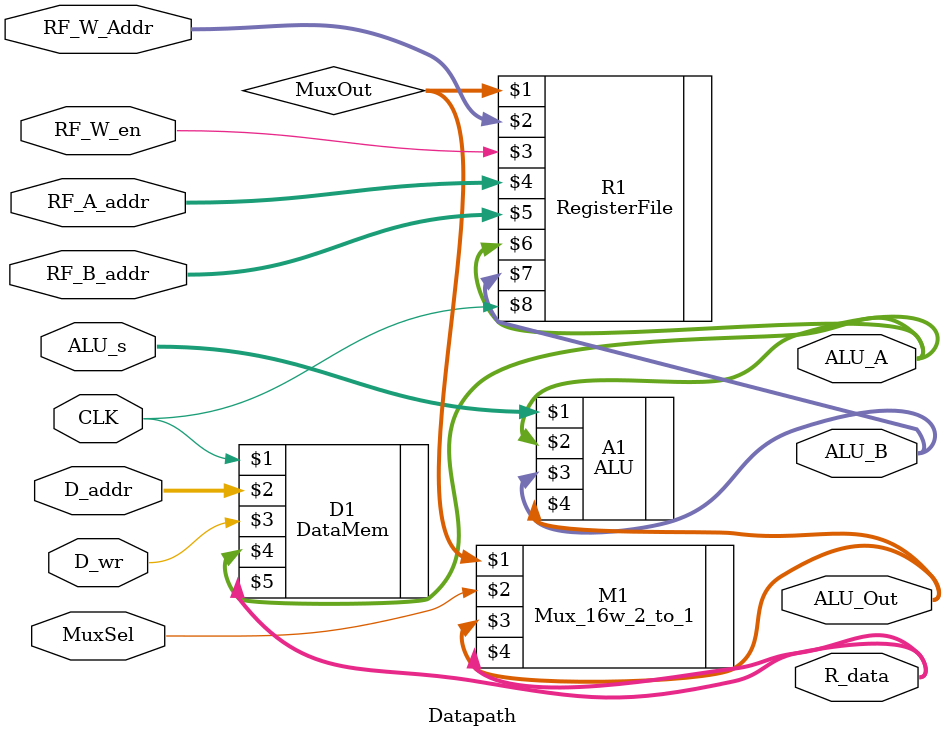
<source format=sv>

module Datapath(ALU_s, CLK, D_addr, D_wr, MuxSel, RF_W_Addr, RF_W_en, RF_A_addr, RF_B_addr, ALU_A, ALU_B, ALU_Out, R_data);

input [2:0] ALU_s;    //ALU selector 
input CLK, D_wr, MuxSel, RF_W_en;    //Clock, Data memory and Regster file read/write, Mux selector
input [7:0] D_addr;     //Data Memory read/write address
input [3:0] RF_W_Addr;   //Register File write address
input [3:0] RF_A_addr, RF_B_addr;    //Register File read addresses
output reg [15:0] ALU_A, ALU_B, ALU_Out;   //ALU inputs and outputs

output logic [15:0] R_data;    //output of DataMemory
logic [15:0]  MuxOut;     //output of Mux


//ALU instance
ALU A1(ALU_s, ALU_A, ALU_B, ALU_Out);
//Register File Instance
RegisterFile R1(MuxOut, RF_W_Addr, RF_W_en, RF_A_addr, RF_B_addr, ALU_A, ALU_B, CLK);
//Mux instance for ALU output and DataMemory output
Mux_16w_2_to_1 M1( MuxOut, MuxSel, ALU_Out, R_data);
//DataMemory instance
DataMem D1(CLK, D_addr , D_wr , ALU_A, R_data);




endmodule 
</source>
